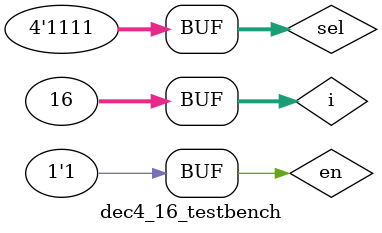
<source format=sv>
module dec4_16(out, sel, en);
	input logic en;
	input logic [3:0] sel;
	output logic [15:0] out;
	logic [3:0] v;
	
	dec2_4 d0 (.out(v), .sel(sel[3:2]), .en);
	dec2_4 d1 (.out(out[15:12]), .sel(sel[1:0]), .en(v[3]));
	dec2_4 d2 (.out(out[11:8]), .sel(sel[1:0]), .en(v[2]));
	dec2_4 d3 (.out(out[7:4]), .sel(sel[1:0]), .en(v[1]));
	dec2_4 d4 (.out(out[3:0]), .sel(sel[1:0]), .en(v[0]));
endmodule

module dec4_16_testbench();
	logic [3:0] sel;
	logic [15:0] out;
	logic en;
	
	dec4_16 dut (.out, .sel, .en);
	
	integer i;
	initial begin
		en=0;
		for (i=0; i<16; i++) begin
			sel = i; #10;
		end
		en=1;
		for (i=0; i<16; i++) begin
			sel = i; #10;
		end
	end
endmodule

</source>
